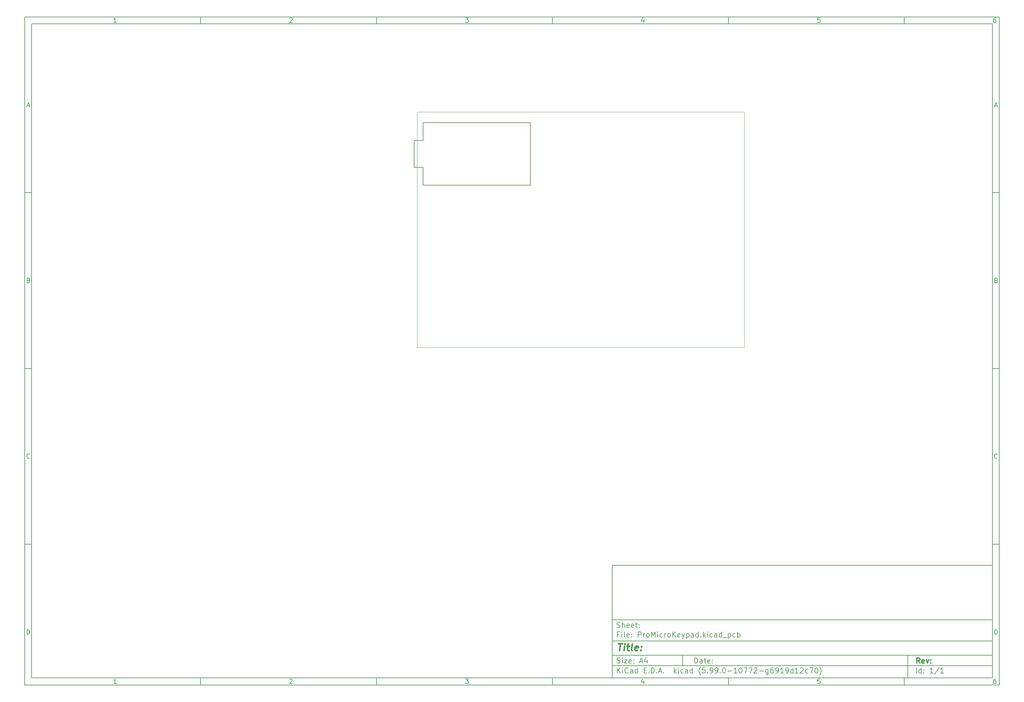
<source format=gbr>
%TF.GenerationSoftware,KiCad,Pcbnew,(5.99.0-10772-g6919d12c70)*%
%TF.CreationDate,2021-08-04T17:25:00+12:00*%
%TF.ProjectId,ProMicroKeypad,50726f4d-6963-4726-9f4b-65797061642e,rev?*%
%TF.SameCoordinates,Original*%
%TF.FileFunction,Legend,Bot*%
%TF.FilePolarity,Positive*%
%FSLAX46Y46*%
G04 Gerber Fmt 4.6, Leading zero omitted, Abs format (unit mm)*
G04 Created by KiCad (PCBNEW (5.99.0-10772-g6919d12c70)) date 2021-08-04 17:25:00*
%MOMM*%
%LPD*%
G01*
G04 APERTURE LIST*
%ADD10C,0.100000*%
%ADD11C,0.150000*%
%ADD12C,0.300000*%
%ADD13C,0.400000*%
%TA.AperFunction,Profile*%
%ADD14C,0.100000*%
%TD*%
G04 APERTURE END LIST*
D10*
D11*
X177002200Y-166007200D02*
X177002200Y-198007200D01*
X285002200Y-198007200D01*
X285002200Y-166007200D01*
X177002200Y-166007200D01*
D10*
D11*
X10000000Y-10000000D02*
X10000000Y-200007200D01*
X287002200Y-200007200D01*
X287002200Y-10000000D01*
X10000000Y-10000000D01*
D10*
D11*
X12000000Y-12000000D02*
X12000000Y-198007200D01*
X285002200Y-198007200D01*
X285002200Y-12000000D01*
X12000000Y-12000000D01*
D10*
D11*
X60000000Y-12000000D02*
X60000000Y-10000000D01*
D10*
D11*
X110000000Y-12000000D02*
X110000000Y-10000000D01*
D10*
D11*
X160000000Y-12000000D02*
X160000000Y-10000000D01*
D10*
D11*
X210000000Y-12000000D02*
X210000000Y-10000000D01*
D10*
D11*
X260000000Y-12000000D02*
X260000000Y-10000000D01*
D10*
D11*
X36065476Y-11588095D02*
X35322619Y-11588095D01*
X35694047Y-11588095D02*
X35694047Y-10288095D01*
X35570238Y-10473809D01*
X35446428Y-10597619D01*
X35322619Y-10659523D01*
D10*
D11*
X85322619Y-10411904D02*
X85384523Y-10350000D01*
X85508333Y-10288095D01*
X85817857Y-10288095D01*
X85941666Y-10350000D01*
X86003571Y-10411904D01*
X86065476Y-10535714D01*
X86065476Y-10659523D01*
X86003571Y-10845238D01*
X85260714Y-11588095D01*
X86065476Y-11588095D01*
D10*
D11*
X135260714Y-10288095D02*
X136065476Y-10288095D01*
X135632142Y-10783333D01*
X135817857Y-10783333D01*
X135941666Y-10845238D01*
X136003571Y-10907142D01*
X136065476Y-11030952D01*
X136065476Y-11340476D01*
X136003571Y-11464285D01*
X135941666Y-11526190D01*
X135817857Y-11588095D01*
X135446428Y-11588095D01*
X135322619Y-11526190D01*
X135260714Y-11464285D01*
D10*
D11*
X185941666Y-10721428D02*
X185941666Y-11588095D01*
X185632142Y-10226190D02*
X185322619Y-11154761D01*
X186127380Y-11154761D01*
D10*
D11*
X236003571Y-10288095D02*
X235384523Y-10288095D01*
X235322619Y-10907142D01*
X235384523Y-10845238D01*
X235508333Y-10783333D01*
X235817857Y-10783333D01*
X235941666Y-10845238D01*
X236003571Y-10907142D01*
X236065476Y-11030952D01*
X236065476Y-11340476D01*
X236003571Y-11464285D01*
X235941666Y-11526190D01*
X235817857Y-11588095D01*
X235508333Y-11588095D01*
X235384523Y-11526190D01*
X235322619Y-11464285D01*
D10*
D11*
X285941666Y-10288095D02*
X285694047Y-10288095D01*
X285570238Y-10350000D01*
X285508333Y-10411904D01*
X285384523Y-10597619D01*
X285322619Y-10845238D01*
X285322619Y-11340476D01*
X285384523Y-11464285D01*
X285446428Y-11526190D01*
X285570238Y-11588095D01*
X285817857Y-11588095D01*
X285941666Y-11526190D01*
X286003571Y-11464285D01*
X286065476Y-11340476D01*
X286065476Y-11030952D01*
X286003571Y-10907142D01*
X285941666Y-10845238D01*
X285817857Y-10783333D01*
X285570238Y-10783333D01*
X285446428Y-10845238D01*
X285384523Y-10907142D01*
X285322619Y-11030952D01*
D10*
D11*
X60000000Y-198007200D02*
X60000000Y-200007200D01*
D10*
D11*
X110000000Y-198007200D02*
X110000000Y-200007200D01*
D10*
D11*
X160000000Y-198007200D02*
X160000000Y-200007200D01*
D10*
D11*
X210000000Y-198007200D02*
X210000000Y-200007200D01*
D10*
D11*
X260000000Y-198007200D02*
X260000000Y-200007200D01*
D10*
D11*
X36065476Y-199595295D02*
X35322619Y-199595295D01*
X35694047Y-199595295D02*
X35694047Y-198295295D01*
X35570238Y-198481009D01*
X35446428Y-198604819D01*
X35322619Y-198666723D01*
D10*
D11*
X85322619Y-198419104D02*
X85384523Y-198357200D01*
X85508333Y-198295295D01*
X85817857Y-198295295D01*
X85941666Y-198357200D01*
X86003571Y-198419104D01*
X86065476Y-198542914D01*
X86065476Y-198666723D01*
X86003571Y-198852438D01*
X85260714Y-199595295D01*
X86065476Y-199595295D01*
D10*
D11*
X135260714Y-198295295D02*
X136065476Y-198295295D01*
X135632142Y-198790533D01*
X135817857Y-198790533D01*
X135941666Y-198852438D01*
X136003571Y-198914342D01*
X136065476Y-199038152D01*
X136065476Y-199347676D01*
X136003571Y-199471485D01*
X135941666Y-199533390D01*
X135817857Y-199595295D01*
X135446428Y-199595295D01*
X135322619Y-199533390D01*
X135260714Y-199471485D01*
D10*
D11*
X185941666Y-198728628D02*
X185941666Y-199595295D01*
X185632142Y-198233390D02*
X185322619Y-199161961D01*
X186127380Y-199161961D01*
D10*
D11*
X236003571Y-198295295D02*
X235384523Y-198295295D01*
X235322619Y-198914342D01*
X235384523Y-198852438D01*
X235508333Y-198790533D01*
X235817857Y-198790533D01*
X235941666Y-198852438D01*
X236003571Y-198914342D01*
X236065476Y-199038152D01*
X236065476Y-199347676D01*
X236003571Y-199471485D01*
X235941666Y-199533390D01*
X235817857Y-199595295D01*
X235508333Y-199595295D01*
X235384523Y-199533390D01*
X235322619Y-199471485D01*
D10*
D11*
X285941666Y-198295295D02*
X285694047Y-198295295D01*
X285570238Y-198357200D01*
X285508333Y-198419104D01*
X285384523Y-198604819D01*
X285322619Y-198852438D01*
X285322619Y-199347676D01*
X285384523Y-199471485D01*
X285446428Y-199533390D01*
X285570238Y-199595295D01*
X285817857Y-199595295D01*
X285941666Y-199533390D01*
X286003571Y-199471485D01*
X286065476Y-199347676D01*
X286065476Y-199038152D01*
X286003571Y-198914342D01*
X285941666Y-198852438D01*
X285817857Y-198790533D01*
X285570238Y-198790533D01*
X285446428Y-198852438D01*
X285384523Y-198914342D01*
X285322619Y-199038152D01*
D10*
D11*
X10000000Y-60000000D02*
X12000000Y-60000000D01*
D10*
D11*
X10000000Y-110000000D02*
X12000000Y-110000000D01*
D10*
D11*
X10000000Y-160000000D02*
X12000000Y-160000000D01*
D10*
D11*
X10690476Y-35216666D02*
X11309523Y-35216666D01*
X10566666Y-35588095D02*
X11000000Y-34288095D01*
X11433333Y-35588095D01*
D10*
D11*
X11092857Y-84907142D02*
X11278571Y-84969047D01*
X11340476Y-85030952D01*
X11402380Y-85154761D01*
X11402380Y-85340476D01*
X11340476Y-85464285D01*
X11278571Y-85526190D01*
X11154761Y-85588095D01*
X10659523Y-85588095D01*
X10659523Y-84288095D01*
X11092857Y-84288095D01*
X11216666Y-84350000D01*
X11278571Y-84411904D01*
X11340476Y-84535714D01*
X11340476Y-84659523D01*
X11278571Y-84783333D01*
X11216666Y-84845238D01*
X11092857Y-84907142D01*
X10659523Y-84907142D01*
D10*
D11*
X11402380Y-135464285D02*
X11340476Y-135526190D01*
X11154761Y-135588095D01*
X11030952Y-135588095D01*
X10845238Y-135526190D01*
X10721428Y-135402380D01*
X10659523Y-135278571D01*
X10597619Y-135030952D01*
X10597619Y-134845238D01*
X10659523Y-134597619D01*
X10721428Y-134473809D01*
X10845238Y-134350000D01*
X11030952Y-134288095D01*
X11154761Y-134288095D01*
X11340476Y-134350000D01*
X11402380Y-134411904D01*
D10*
D11*
X10659523Y-185588095D02*
X10659523Y-184288095D01*
X10969047Y-184288095D01*
X11154761Y-184350000D01*
X11278571Y-184473809D01*
X11340476Y-184597619D01*
X11402380Y-184845238D01*
X11402380Y-185030952D01*
X11340476Y-185278571D01*
X11278571Y-185402380D01*
X11154761Y-185526190D01*
X10969047Y-185588095D01*
X10659523Y-185588095D01*
D10*
D11*
X287002200Y-60000000D02*
X285002200Y-60000000D01*
D10*
D11*
X287002200Y-110000000D02*
X285002200Y-110000000D01*
D10*
D11*
X287002200Y-160000000D02*
X285002200Y-160000000D01*
D10*
D11*
X285692676Y-35216666D02*
X286311723Y-35216666D01*
X285568866Y-35588095D02*
X286002200Y-34288095D01*
X286435533Y-35588095D01*
D10*
D11*
X286095057Y-84907142D02*
X286280771Y-84969047D01*
X286342676Y-85030952D01*
X286404580Y-85154761D01*
X286404580Y-85340476D01*
X286342676Y-85464285D01*
X286280771Y-85526190D01*
X286156961Y-85588095D01*
X285661723Y-85588095D01*
X285661723Y-84288095D01*
X286095057Y-84288095D01*
X286218866Y-84350000D01*
X286280771Y-84411904D01*
X286342676Y-84535714D01*
X286342676Y-84659523D01*
X286280771Y-84783333D01*
X286218866Y-84845238D01*
X286095057Y-84907142D01*
X285661723Y-84907142D01*
D10*
D11*
X286404580Y-135464285D02*
X286342676Y-135526190D01*
X286156961Y-135588095D01*
X286033152Y-135588095D01*
X285847438Y-135526190D01*
X285723628Y-135402380D01*
X285661723Y-135278571D01*
X285599819Y-135030952D01*
X285599819Y-134845238D01*
X285661723Y-134597619D01*
X285723628Y-134473809D01*
X285847438Y-134350000D01*
X286033152Y-134288095D01*
X286156961Y-134288095D01*
X286342676Y-134350000D01*
X286404580Y-134411904D01*
D10*
D11*
X285661723Y-185588095D02*
X285661723Y-184288095D01*
X285971247Y-184288095D01*
X286156961Y-184350000D01*
X286280771Y-184473809D01*
X286342676Y-184597619D01*
X286404580Y-184845238D01*
X286404580Y-185030952D01*
X286342676Y-185278571D01*
X286280771Y-185402380D01*
X286156961Y-185526190D01*
X285971247Y-185588095D01*
X285661723Y-185588095D01*
D10*
D11*
X200434342Y-193785771D02*
X200434342Y-192285771D01*
X200791485Y-192285771D01*
X201005771Y-192357200D01*
X201148628Y-192500057D01*
X201220057Y-192642914D01*
X201291485Y-192928628D01*
X201291485Y-193142914D01*
X201220057Y-193428628D01*
X201148628Y-193571485D01*
X201005771Y-193714342D01*
X200791485Y-193785771D01*
X200434342Y-193785771D01*
X202577200Y-193785771D02*
X202577200Y-193000057D01*
X202505771Y-192857200D01*
X202362914Y-192785771D01*
X202077200Y-192785771D01*
X201934342Y-192857200D01*
X202577200Y-193714342D02*
X202434342Y-193785771D01*
X202077200Y-193785771D01*
X201934342Y-193714342D01*
X201862914Y-193571485D01*
X201862914Y-193428628D01*
X201934342Y-193285771D01*
X202077200Y-193214342D01*
X202434342Y-193214342D01*
X202577200Y-193142914D01*
X203077200Y-192785771D02*
X203648628Y-192785771D01*
X203291485Y-192285771D02*
X203291485Y-193571485D01*
X203362914Y-193714342D01*
X203505771Y-193785771D01*
X203648628Y-193785771D01*
X204720057Y-193714342D02*
X204577200Y-193785771D01*
X204291485Y-193785771D01*
X204148628Y-193714342D01*
X204077200Y-193571485D01*
X204077200Y-193000057D01*
X204148628Y-192857200D01*
X204291485Y-192785771D01*
X204577200Y-192785771D01*
X204720057Y-192857200D01*
X204791485Y-193000057D01*
X204791485Y-193142914D01*
X204077200Y-193285771D01*
X205434342Y-193642914D02*
X205505771Y-193714342D01*
X205434342Y-193785771D01*
X205362914Y-193714342D01*
X205434342Y-193642914D01*
X205434342Y-193785771D01*
X205434342Y-192857200D02*
X205505771Y-192928628D01*
X205434342Y-193000057D01*
X205362914Y-192928628D01*
X205434342Y-192857200D01*
X205434342Y-193000057D01*
D10*
D11*
X177002200Y-194507200D02*
X285002200Y-194507200D01*
D10*
D11*
X178434342Y-196585771D02*
X178434342Y-195085771D01*
X179291485Y-196585771D02*
X178648628Y-195728628D01*
X179291485Y-195085771D02*
X178434342Y-195942914D01*
X179934342Y-196585771D02*
X179934342Y-195585771D01*
X179934342Y-195085771D02*
X179862914Y-195157200D01*
X179934342Y-195228628D01*
X180005771Y-195157200D01*
X179934342Y-195085771D01*
X179934342Y-195228628D01*
X181505771Y-196442914D02*
X181434342Y-196514342D01*
X181220057Y-196585771D01*
X181077200Y-196585771D01*
X180862914Y-196514342D01*
X180720057Y-196371485D01*
X180648628Y-196228628D01*
X180577200Y-195942914D01*
X180577200Y-195728628D01*
X180648628Y-195442914D01*
X180720057Y-195300057D01*
X180862914Y-195157200D01*
X181077200Y-195085771D01*
X181220057Y-195085771D01*
X181434342Y-195157200D01*
X181505771Y-195228628D01*
X182791485Y-196585771D02*
X182791485Y-195800057D01*
X182720057Y-195657200D01*
X182577200Y-195585771D01*
X182291485Y-195585771D01*
X182148628Y-195657200D01*
X182791485Y-196514342D02*
X182648628Y-196585771D01*
X182291485Y-196585771D01*
X182148628Y-196514342D01*
X182077200Y-196371485D01*
X182077200Y-196228628D01*
X182148628Y-196085771D01*
X182291485Y-196014342D01*
X182648628Y-196014342D01*
X182791485Y-195942914D01*
X184148628Y-196585771D02*
X184148628Y-195085771D01*
X184148628Y-196514342D02*
X184005771Y-196585771D01*
X183720057Y-196585771D01*
X183577200Y-196514342D01*
X183505771Y-196442914D01*
X183434342Y-196300057D01*
X183434342Y-195871485D01*
X183505771Y-195728628D01*
X183577200Y-195657200D01*
X183720057Y-195585771D01*
X184005771Y-195585771D01*
X184148628Y-195657200D01*
X186005771Y-195800057D02*
X186505771Y-195800057D01*
X186720057Y-196585771D02*
X186005771Y-196585771D01*
X186005771Y-195085771D01*
X186720057Y-195085771D01*
X187362914Y-196442914D02*
X187434342Y-196514342D01*
X187362914Y-196585771D01*
X187291485Y-196514342D01*
X187362914Y-196442914D01*
X187362914Y-196585771D01*
X188077200Y-196585771D02*
X188077200Y-195085771D01*
X188434342Y-195085771D01*
X188648628Y-195157200D01*
X188791485Y-195300057D01*
X188862914Y-195442914D01*
X188934342Y-195728628D01*
X188934342Y-195942914D01*
X188862914Y-196228628D01*
X188791485Y-196371485D01*
X188648628Y-196514342D01*
X188434342Y-196585771D01*
X188077200Y-196585771D01*
X189577200Y-196442914D02*
X189648628Y-196514342D01*
X189577200Y-196585771D01*
X189505771Y-196514342D01*
X189577200Y-196442914D01*
X189577200Y-196585771D01*
X190220057Y-196157200D02*
X190934342Y-196157200D01*
X190077200Y-196585771D02*
X190577200Y-195085771D01*
X191077200Y-196585771D01*
X191577200Y-196442914D02*
X191648628Y-196514342D01*
X191577200Y-196585771D01*
X191505771Y-196514342D01*
X191577200Y-196442914D01*
X191577200Y-196585771D01*
X194577200Y-196585771D02*
X194577200Y-195085771D01*
X194720057Y-196014342D02*
X195148628Y-196585771D01*
X195148628Y-195585771D02*
X194577200Y-196157200D01*
X195791485Y-196585771D02*
X195791485Y-195585771D01*
X195791485Y-195085771D02*
X195720057Y-195157200D01*
X195791485Y-195228628D01*
X195862914Y-195157200D01*
X195791485Y-195085771D01*
X195791485Y-195228628D01*
X197148628Y-196514342D02*
X197005771Y-196585771D01*
X196720057Y-196585771D01*
X196577200Y-196514342D01*
X196505771Y-196442914D01*
X196434342Y-196300057D01*
X196434342Y-195871485D01*
X196505771Y-195728628D01*
X196577200Y-195657200D01*
X196720057Y-195585771D01*
X197005771Y-195585771D01*
X197148628Y-195657200D01*
X198434342Y-196585771D02*
X198434342Y-195800057D01*
X198362914Y-195657200D01*
X198220057Y-195585771D01*
X197934342Y-195585771D01*
X197791485Y-195657200D01*
X198434342Y-196514342D02*
X198291485Y-196585771D01*
X197934342Y-196585771D01*
X197791485Y-196514342D01*
X197720057Y-196371485D01*
X197720057Y-196228628D01*
X197791485Y-196085771D01*
X197934342Y-196014342D01*
X198291485Y-196014342D01*
X198434342Y-195942914D01*
X199791485Y-196585771D02*
X199791485Y-195085771D01*
X199791485Y-196514342D02*
X199648628Y-196585771D01*
X199362914Y-196585771D01*
X199220057Y-196514342D01*
X199148628Y-196442914D01*
X199077200Y-196300057D01*
X199077200Y-195871485D01*
X199148628Y-195728628D01*
X199220057Y-195657200D01*
X199362914Y-195585771D01*
X199648628Y-195585771D01*
X199791485Y-195657200D01*
X202077200Y-197157200D02*
X202005771Y-197085771D01*
X201862914Y-196871485D01*
X201791485Y-196728628D01*
X201720057Y-196514342D01*
X201648628Y-196157200D01*
X201648628Y-195871485D01*
X201720057Y-195514342D01*
X201791485Y-195300057D01*
X201862914Y-195157200D01*
X202005771Y-194942914D01*
X202077200Y-194871485D01*
X203362914Y-195085771D02*
X202648628Y-195085771D01*
X202577200Y-195800057D01*
X202648628Y-195728628D01*
X202791485Y-195657200D01*
X203148628Y-195657200D01*
X203291485Y-195728628D01*
X203362914Y-195800057D01*
X203434342Y-195942914D01*
X203434342Y-196300057D01*
X203362914Y-196442914D01*
X203291485Y-196514342D01*
X203148628Y-196585771D01*
X202791485Y-196585771D01*
X202648628Y-196514342D01*
X202577200Y-196442914D01*
X204077200Y-196442914D02*
X204148628Y-196514342D01*
X204077200Y-196585771D01*
X204005771Y-196514342D01*
X204077200Y-196442914D01*
X204077200Y-196585771D01*
X204862914Y-196585771D02*
X205148628Y-196585771D01*
X205291485Y-196514342D01*
X205362914Y-196442914D01*
X205505771Y-196228628D01*
X205577200Y-195942914D01*
X205577200Y-195371485D01*
X205505771Y-195228628D01*
X205434342Y-195157200D01*
X205291485Y-195085771D01*
X205005771Y-195085771D01*
X204862914Y-195157200D01*
X204791485Y-195228628D01*
X204720057Y-195371485D01*
X204720057Y-195728628D01*
X204791485Y-195871485D01*
X204862914Y-195942914D01*
X205005771Y-196014342D01*
X205291485Y-196014342D01*
X205434342Y-195942914D01*
X205505771Y-195871485D01*
X205577200Y-195728628D01*
X206291485Y-196585771D02*
X206577200Y-196585771D01*
X206720057Y-196514342D01*
X206791485Y-196442914D01*
X206934342Y-196228628D01*
X207005771Y-195942914D01*
X207005771Y-195371485D01*
X206934342Y-195228628D01*
X206862914Y-195157200D01*
X206720057Y-195085771D01*
X206434342Y-195085771D01*
X206291485Y-195157200D01*
X206220057Y-195228628D01*
X206148628Y-195371485D01*
X206148628Y-195728628D01*
X206220057Y-195871485D01*
X206291485Y-195942914D01*
X206434342Y-196014342D01*
X206720057Y-196014342D01*
X206862914Y-195942914D01*
X206934342Y-195871485D01*
X207005771Y-195728628D01*
X207648628Y-196442914D02*
X207720057Y-196514342D01*
X207648628Y-196585771D01*
X207577200Y-196514342D01*
X207648628Y-196442914D01*
X207648628Y-196585771D01*
X208648628Y-195085771D02*
X208791485Y-195085771D01*
X208934342Y-195157200D01*
X209005771Y-195228628D01*
X209077200Y-195371485D01*
X209148628Y-195657200D01*
X209148628Y-196014342D01*
X209077200Y-196300057D01*
X209005771Y-196442914D01*
X208934342Y-196514342D01*
X208791485Y-196585771D01*
X208648628Y-196585771D01*
X208505771Y-196514342D01*
X208434342Y-196442914D01*
X208362914Y-196300057D01*
X208291485Y-196014342D01*
X208291485Y-195657200D01*
X208362914Y-195371485D01*
X208434342Y-195228628D01*
X208505771Y-195157200D01*
X208648628Y-195085771D01*
X209791485Y-196014342D02*
X210934342Y-196014342D01*
X212434342Y-196585771D02*
X211577200Y-196585771D01*
X212005771Y-196585771D02*
X212005771Y-195085771D01*
X211862914Y-195300057D01*
X211720057Y-195442914D01*
X211577200Y-195514342D01*
X213362914Y-195085771D02*
X213505771Y-195085771D01*
X213648628Y-195157200D01*
X213720057Y-195228628D01*
X213791485Y-195371485D01*
X213862914Y-195657200D01*
X213862914Y-196014342D01*
X213791485Y-196300057D01*
X213720057Y-196442914D01*
X213648628Y-196514342D01*
X213505771Y-196585771D01*
X213362914Y-196585771D01*
X213220057Y-196514342D01*
X213148628Y-196442914D01*
X213077200Y-196300057D01*
X213005771Y-196014342D01*
X213005771Y-195657200D01*
X213077200Y-195371485D01*
X213148628Y-195228628D01*
X213220057Y-195157200D01*
X213362914Y-195085771D01*
X214362914Y-195085771D02*
X215362914Y-195085771D01*
X214720057Y-196585771D01*
X215791485Y-195085771D02*
X216791485Y-195085771D01*
X216148628Y-196585771D01*
X217291485Y-195228628D02*
X217362914Y-195157200D01*
X217505771Y-195085771D01*
X217862914Y-195085771D01*
X218005771Y-195157200D01*
X218077200Y-195228628D01*
X218148628Y-195371485D01*
X218148628Y-195514342D01*
X218077200Y-195728628D01*
X217220057Y-196585771D01*
X218148628Y-196585771D01*
X218791485Y-196014342D02*
X219934342Y-196014342D01*
X221291485Y-195585771D02*
X221291485Y-196800057D01*
X221220057Y-196942914D01*
X221148628Y-197014342D01*
X221005771Y-197085771D01*
X220791485Y-197085771D01*
X220648628Y-197014342D01*
X221291485Y-196514342D02*
X221148628Y-196585771D01*
X220862914Y-196585771D01*
X220720057Y-196514342D01*
X220648628Y-196442914D01*
X220577200Y-196300057D01*
X220577200Y-195871485D01*
X220648628Y-195728628D01*
X220720057Y-195657200D01*
X220862914Y-195585771D01*
X221148628Y-195585771D01*
X221291485Y-195657200D01*
X222648628Y-195085771D02*
X222362914Y-195085771D01*
X222220057Y-195157200D01*
X222148628Y-195228628D01*
X222005771Y-195442914D01*
X221934342Y-195728628D01*
X221934342Y-196300057D01*
X222005771Y-196442914D01*
X222077200Y-196514342D01*
X222220057Y-196585771D01*
X222505771Y-196585771D01*
X222648628Y-196514342D01*
X222720057Y-196442914D01*
X222791485Y-196300057D01*
X222791485Y-195942914D01*
X222720057Y-195800057D01*
X222648628Y-195728628D01*
X222505771Y-195657200D01*
X222220057Y-195657200D01*
X222077200Y-195728628D01*
X222005771Y-195800057D01*
X221934342Y-195942914D01*
X223505771Y-196585771D02*
X223791485Y-196585771D01*
X223934342Y-196514342D01*
X224005771Y-196442914D01*
X224148628Y-196228628D01*
X224220057Y-195942914D01*
X224220057Y-195371485D01*
X224148628Y-195228628D01*
X224077200Y-195157200D01*
X223934342Y-195085771D01*
X223648628Y-195085771D01*
X223505771Y-195157200D01*
X223434342Y-195228628D01*
X223362914Y-195371485D01*
X223362914Y-195728628D01*
X223434342Y-195871485D01*
X223505771Y-195942914D01*
X223648628Y-196014342D01*
X223934342Y-196014342D01*
X224077200Y-195942914D01*
X224148628Y-195871485D01*
X224220057Y-195728628D01*
X225648628Y-196585771D02*
X224791485Y-196585771D01*
X225220057Y-196585771D02*
X225220057Y-195085771D01*
X225077200Y-195300057D01*
X224934342Y-195442914D01*
X224791485Y-195514342D01*
X226362914Y-196585771D02*
X226648628Y-196585771D01*
X226791485Y-196514342D01*
X226862914Y-196442914D01*
X227005771Y-196228628D01*
X227077199Y-195942914D01*
X227077199Y-195371485D01*
X227005771Y-195228628D01*
X226934342Y-195157200D01*
X226791485Y-195085771D01*
X226505771Y-195085771D01*
X226362914Y-195157200D01*
X226291485Y-195228628D01*
X226220057Y-195371485D01*
X226220057Y-195728628D01*
X226291485Y-195871485D01*
X226362914Y-195942914D01*
X226505771Y-196014342D01*
X226791485Y-196014342D01*
X226934342Y-195942914D01*
X227005771Y-195871485D01*
X227077199Y-195728628D01*
X228362914Y-196585771D02*
X228362914Y-195085771D01*
X228362914Y-196514342D02*
X228220057Y-196585771D01*
X227934342Y-196585771D01*
X227791485Y-196514342D01*
X227720057Y-196442914D01*
X227648628Y-196300057D01*
X227648628Y-195871485D01*
X227720057Y-195728628D01*
X227791485Y-195657200D01*
X227934342Y-195585771D01*
X228220057Y-195585771D01*
X228362914Y-195657200D01*
X229862914Y-196585771D02*
X229005771Y-196585771D01*
X229434342Y-196585771D02*
X229434342Y-195085771D01*
X229291485Y-195300057D01*
X229148628Y-195442914D01*
X229005771Y-195514342D01*
X230434342Y-195228628D02*
X230505771Y-195157200D01*
X230648628Y-195085771D01*
X231005771Y-195085771D01*
X231148628Y-195157200D01*
X231220057Y-195228628D01*
X231291485Y-195371485D01*
X231291485Y-195514342D01*
X231220057Y-195728628D01*
X230362914Y-196585771D01*
X231291485Y-196585771D01*
X232577199Y-196514342D02*
X232434342Y-196585771D01*
X232148628Y-196585771D01*
X232005771Y-196514342D01*
X231934342Y-196442914D01*
X231862914Y-196300057D01*
X231862914Y-195871485D01*
X231934342Y-195728628D01*
X232005771Y-195657200D01*
X232148628Y-195585771D01*
X232434342Y-195585771D01*
X232577199Y-195657200D01*
X233077199Y-195085771D02*
X234077199Y-195085771D01*
X233434342Y-196585771D01*
X234934342Y-195085771D02*
X235077199Y-195085771D01*
X235220057Y-195157200D01*
X235291485Y-195228628D01*
X235362914Y-195371485D01*
X235434342Y-195657200D01*
X235434342Y-196014342D01*
X235362914Y-196300057D01*
X235291485Y-196442914D01*
X235220057Y-196514342D01*
X235077199Y-196585771D01*
X234934342Y-196585771D01*
X234791485Y-196514342D01*
X234720057Y-196442914D01*
X234648628Y-196300057D01*
X234577199Y-196014342D01*
X234577199Y-195657200D01*
X234648628Y-195371485D01*
X234720057Y-195228628D01*
X234791485Y-195157200D01*
X234934342Y-195085771D01*
X235934342Y-197157200D02*
X236005771Y-197085771D01*
X236148628Y-196871485D01*
X236220057Y-196728628D01*
X236291485Y-196514342D01*
X236362914Y-196157200D01*
X236362914Y-195871485D01*
X236291485Y-195514342D01*
X236220057Y-195300057D01*
X236148628Y-195157200D01*
X236005771Y-194942914D01*
X235934342Y-194871485D01*
D10*
D11*
X177002200Y-191507200D02*
X285002200Y-191507200D01*
D10*
D12*
X264411485Y-193785771D02*
X263911485Y-193071485D01*
X263554342Y-193785771D02*
X263554342Y-192285771D01*
X264125771Y-192285771D01*
X264268628Y-192357200D01*
X264340057Y-192428628D01*
X264411485Y-192571485D01*
X264411485Y-192785771D01*
X264340057Y-192928628D01*
X264268628Y-193000057D01*
X264125771Y-193071485D01*
X263554342Y-193071485D01*
X265625771Y-193714342D02*
X265482914Y-193785771D01*
X265197200Y-193785771D01*
X265054342Y-193714342D01*
X264982914Y-193571485D01*
X264982914Y-193000057D01*
X265054342Y-192857200D01*
X265197200Y-192785771D01*
X265482914Y-192785771D01*
X265625771Y-192857200D01*
X265697200Y-193000057D01*
X265697200Y-193142914D01*
X264982914Y-193285771D01*
X266197200Y-192785771D02*
X266554342Y-193785771D01*
X266911485Y-192785771D01*
X267482914Y-193642914D02*
X267554342Y-193714342D01*
X267482914Y-193785771D01*
X267411485Y-193714342D01*
X267482914Y-193642914D01*
X267482914Y-193785771D01*
X267482914Y-192857200D02*
X267554342Y-192928628D01*
X267482914Y-193000057D01*
X267411485Y-192928628D01*
X267482914Y-192857200D01*
X267482914Y-193000057D01*
D10*
D11*
X178362914Y-193714342D02*
X178577200Y-193785771D01*
X178934342Y-193785771D01*
X179077200Y-193714342D01*
X179148628Y-193642914D01*
X179220057Y-193500057D01*
X179220057Y-193357200D01*
X179148628Y-193214342D01*
X179077200Y-193142914D01*
X178934342Y-193071485D01*
X178648628Y-193000057D01*
X178505771Y-192928628D01*
X178434342Y-192857200D01*
X178362914Y-192714342D01*
X178362914Y-192571485D01*
X178434342Y-192428628D01*
X178505771Y-192357200D01*
X178648628Y-192285771D01*
X179005771Y-192285771D01*
X179220057Y-192357200D01*
X179862914Y-193785771D02*
X179862914Y-192785771D01*
X179862914Y-192285771D02*
X179791485Y-192357200D01*
X179862914Y-192428628D01*
X179934342Y-192357200D01*
X179862914Y-192285771D01*
X179862914Y-192428628D01*
X180434342Y-192785771D02*
X181220057Y-192785771D01*
X180434342Y-193785771D01*
X181220057Y-193785771D01*
X182362914Y-193714342D02*
X182220057Y-193785771D01*
X181934342Y-193785771D01*
X181791485Y-193714342D01*
X181720057Y-193571485D01*
X181720057Y-193000057D01*
X181791485Y-192857200D01*
X181934342Y-192785771D01*
X182220057Y-192785771D01*
X182362914Y-192857200D01*
X182434342Y-193000057D01*
X182434342Y-193142914D01*
X181720057Y-193285771D01*
X183077200Y-193642914D02*
X183148628Y-193714342D01*
X183077200Y-193785771D01*
X183005771Y-193714342D01*
X183077200Y-193642914D01*
X183077200Y-193785771D01*
X183077200Y-192857200D02*
X183148628Y-192928628D01*
X183077200Y-193000057D01*
X183005771Y-192928628D01*
X183077200Y-192857200D01*
X183077200Y-193000057D01*
X184862914Y-193357200D02*
X185577200Y-193357200D01*
X184720057Y-193785771D02*
X185220057Y-192285771D01*
X185720057Y-193785771D01*
X186862914Y-192785771D02*
X186862914Y-193785771D01*
X186505771Y-192214342D02*
X186148628Y-193285771D01*
X187077200Y-193285771D01*
D10*
D11*
X263434342Y-196585771D02*
X263434342Y-195085771D01*
X264791485Y-196585771D02*
X264791485Y-195085771D01*
X264791485Y-196514342D02*
X264648628Y-196585771D01*
X264362914Y-196585771D01*
X264220057Y-196514342D01*
X264148628Y-196442914D01*
X264077200Y-196300057D01*
X264077200Y-195871485D01*
X264148628Y-195728628D01*
X264220057Y-195657200D01*
X264362914Y-195585771D01*
X264648628Y-195585771D01*
X264791485Y-195657200D01*
X265505771Y-196442914D02*
X265577200Y-196514342D01*
X265505771Y-196585771D01*
X265434342Y-196514342D01*
X265505771Y-196442914D01*
X265505771Y-196585771D01*
X265505771Y-195657200D02*
X265577200Y-195728628D01*
X265505771Y-195800057D01*
X265434342Y-195728628D01*
X265505771Y-195657200D01*
X265505771Y-195800057D01*
X268148628Y-196585771D02*
X267291485Y-196585771D01*
X267720057Y-196585771D02*
X267720057Y-195085771D01*
X267577200Y-195300057D01*
X267434342Y-195442914D01*
X267291485Y-195514342D01*
X269862914Y-195014342D02*
X268577200Y-196942914D01*
X271148628Y-196585771D02*
X270291485Y-196585771D01*
X270720057Y-196585771D02*
X270720057Y-195085771D01*
X270577200Y-195300057D01*
X270434342Y-195442914D01*
X270291485Y-195514342D01*
D10*
D11*
X177002200Y-187507200D02*
X285002200Y-187507200D01*
D10*
D13*
X178714580Y-188211961D02*
X179857438Y-188211961D01*
X179036009Y-190211961D02*
X179286009Y-188211961D01*
X180274104Y-190211961D02*
X180440771Y-188878628D01*
X180524104Y-188211961D02*
X180416961Y-188307200D01*
X180500295Y-188402438D01*
X180607438Y-188307200D01*
X180524104Y-188211961D01*
X180500295Y-188402438D01*
X181107438Y-188878628D02*
X181869342Y-188878628D01*
X181476485Y-188211961D02*
X181262200Y-189926247D01*
X181333628Y-190116723D01*
X181512200Y-190211961D01*
X181702676Y-190211961D01*
X182655057Y-190211961D02*
X182476485Y-190116723D01*
X182405057Y-189926247D01*
X182619342Y-188211961D01*
X184190771Y-190116723D02*
X183988390Y-190211961D01*
X183607438Y-190211961D01*
X183428866Y-190116723D01*
X183357438Y-189926247D01*
X183452676Y-189164342D01*
X183571723Y-188973866D01*
X183774104Y-188878628D01*
X184155057Y-188878628D01*
X184333628Y-188973866D01*
X184405057Y-189164342D01*
X184381247Y-189354819D01*
X183405057Y-189545295D01*
X185155057Y-190021485D02*
X185238390Y-190116723D01*
X185131247Y-190211961D01*
X185047914Y-190116723D01*
X185155057Y-190021485D01*
X185131247Y-190211961D01*
X185286009Y-188973866D02*
X185369342Y-189069104D01*
X185262200Y-189164342D01*
X185178866Y-189069104D01*
X185286009Y-188973866D01*
X185262200Y-189164342D01*
D10*
D11*
X178934342Y-185600057D02*
X178434342Y-185600057D01*
X178434342Y-186385771D02*
X178434342Y-184885771D01*
X179148628Y-184885771D01*
X179720057Y-186385771D02*
X179720057Y-185385771D01*
X179720057Y-184885771D02*
X179648628Y-184957200D01*
X179720057Y-185028628D01*
X179791485Y-184957200D01*
X179720057Y-184885771D01*
X179720057Y-185028628D01*
X180648628Y-186385771D02*
X180505771Y-186314342D01*
X180434342Y-186171485D01*
X180434342Y-184885771D01*
X181791485Y-186314342D02*
X181648628Y-186385771D01*
X181362914Y-186385771D01*
X181220057Y-186314342D01*
X181148628Y-186171485D01*
X181148628Y-185600057D01*
X181220057Y-185457200D01*
X181362914Y-185385771D01*
X181648628Y-185385771D01*
X181791485Y-185457200D01*
X181862914Y-185600057D01*
X181862914Y-185742914D01*
X181148628Y-185885771D01*
X182505771Y-186242914D02*
X182577200Y-186314342D01*
X182505771Y-186385771D01*
X182434342Y-186314342D01*
X182505771Y-186242914D01*
X182505771Y-186385771D01*
X182505771Y-185457200D02*
X182577200Y-185528628D01*
X182505771Y-185600057D01*
X182434342Y-185528628D01*
X182505771Y-185457200D01*
X182505771Y-185600057D01*
X184362914Y-186385771D02*
X184362914Y-184885771D01*
X184934342Y-184885771D01*
X185077200Y-184957200D01*
X185148628Y-185028628D01*
X185220057Y-185171485D01*
X185220057Y-185385771D01*
X185148628Y-185528628D01*
X185077200Y-185600057D01*
X184934342Y-185671485D01*
X184362914Y-185671485D01*
X185862914Y-186385771D02*
X185862914Y-185385771D01*
X185862914Y-185671485D02*
X185934342Y-185528628D01*
X186005771Y-185457200D01*
X186148628Y-185385771D01*
X186291485Y-185385771D01*
X187005771Y-186385771D02*
X186862914Y-186314342D01*
X186791485Y-186242914D01*
X186720057Y-186100057D01*
X186720057Y-185671485D01*
X186791485Y-185528628D01*
X186862914Y-185457200D01*
X187005771Y-185385771D01*
X187220057Y-185385771D01*
X187362914Y-185457200D01*
X187434342Y-185528628D01*
X187505771Y-185671485D01*
X187505771Y-186100057D01*
X187434342Y-186242914D01*
X187362914Y-186314342D01*
X187220057Y-186385771D01*
X187005771Y-186385771D01*
X188148628Y-186385771D02*
X188148628Y-184885771D01*
X188648628Y-185957200D01*
X189148628Y-184885771D01*
X189148628Y-186385771D01*
X189862914Y-186385771D02*
X189862914Y-185385771D01*
X189862914Y-184885771D02*
X189791485Y-184957200D01*
X189862914Y-185028628D01*
X189934342Y-184957200D01*
X189862914Y-184885771D01*
X189862914Y-185028628D01*
X191220057Y-186314342D02*
X191077200Y-186385771D01*
X190791485Y-186385771D01*
X190648628Y-186314342D01*
X190577200Y-186242914D01*
X190505771Y-186100057D01*
X190505771Y-185671485D01*
X190577200Y-185528628D01*
X190648628Y-185457200D01*
X190791485Y-185385771D01*
X191077200Y-185385771D01*
X191220057Y-185457200D01*
X191862914Y-186385771D02*
X191862914Y-185385771D01*
X191862914Y-185671485D02*
X191934342Y-185528628D01*
X192005771Y-185457200D01*
X192148628Y-185385771D01*
X192291485Y-185385771D01*
X193005771Y-186385771D02*
X192862914Y-186314342D01*
X192791485Y-186242914D01*
X192720057Y-186100057D01*
X192720057Y-185671485D01*
X192791485Y-185528628D01*
X192862914Y-185457200D01*
X193005771Y-185385771D01*
X193220057Y-185385771D01*
X193362914Y-185457200D01*
X193434342Y-185528628D01*
X193505771Y-185671485D01*
X193505771Y-186100057D01*
X193434342Y-186242914D01*
X193362914Y-186314342D01*
X193220057Y-186385771D01*
X193005771Y-186385771D01*
X194148628Y-186385771D02*
X194148628Y-184885771D01*
X195005771Y-186385771D02*
X194362914Y-185528628D01*
X195005771Y-184885771D02*
X194148628Y-185742914D01*
X196220057Y-186314342D02*
X196077200Y-186385771D01*
X195791485Y-186385771D01*
X195648628Y-186314342D01*
X195577200Y-186171485D01*
X195577200Y-185600057D01*
X195648628Y-185457200D01*
X195791485Y-185385771D01*
X196077200Y-185385771D01*
X196220057Y-185457200D01*
X196291485Y-185600057D01*
X196291485Y-185742914D01*
X195577200Y-185885771D01*
X196791485Y-185385771D02*
X197148628Y-186385771D01*
X197505771Y-185385771D02*
X197148628Y-186385771D01*
X197005771Y-186742914D01*
X196934342Y-186814342D01*
X196791485Y-186885771D01*
X198077200Y-185385771D02*
X198077200Y-186885771D01*
X198077200Y-185457200D02*
X198220057Y-185385771D01*
X198505771Y-185385771D01*
X198648628Y-185457200D01*
X198720057Y-185528628D01*
X198791485Y-185671485D01*
X198791485Y-186100057D01*
X198720057Y-186242914D01*
X198648628Y-186314342D01*
X198505771Y-186385771D01*
X198220057Y-186385771D01*
X198077200Y-186314342D01*
X200077200Y-186385771D02*
X200077200Y-185600057D01*
X200005771Y-185457200D01*
X199862914Y-185385771D01*
X199577200Y-185385771D01*
X199434342Y-185457200D01*
X200077200Y-186314342D02*
X199934342Y-186385771D01*
X199577200Y-186385771D01*
X199434342Y-186314342D01*
X199362914Y-186171485D01*
X199362914Y-186028628D01*
X199434342Y-185885771D01*
X199577200Y-185814342D01*
X199934342Y-185814342D01*
X200077200Y-185742914D01*
X201434342Y-186385771D02*
X201434342Y-184885771D01*
X201434342Y-186314342D02*
X201291485Y-186385771D01*
X201005771Y-186385771D01*
X200862914Y-186314342D01*
X200791485Y-186242914D01*
X200720057Y-186100057D01*
X200720057Y-185671485D01*
X200791485Y-185528628D01*
X200862914Y-185457200D01*
X201005771Y-185385771D01*
X201291485Y-185385771D01*
X201434342Y-185457200D01*
X202148628Y-186242914D02*
X202220057Y-186314342D01*
X202148628Y-186385771D01*
X202077200Y-186314342D01*
X202148628Y-186242914D01*
X202148628Y-186385771D01*
X202862914Y-186385771D02*
X202862914Y-184885771D01*
X203005771Y-185814342D02*
X203434342Y-186385771D01*
X203434342Y-185385771D02*
X202862914Y-185957200D01*
X204077200Y-186385771D02*
X204077200Y-185385771D01*
X204077200Y-184885771D02*
X204005771Y-184957200D01*
X204077200Y-185028628D01*
X204148628Y-184957200D01*
X204077200Y-184885771D01*
X204077200Y-185028628D01*
X205434342Y-186314342D02*
X205291485Y-186385771D01*
X205005771Y-186385771D01*
X204862914Y-186314342D01*
X204791485Y-186242914D01*
X204720057Y-186100057D01*
X204720057Y-185671485D01*
X204791485Y-185528628D01*
X204862914Y-185457200D01*
X205005771Y-185385771D01*
X205291485Y-185385771D01*
X205434342Y-185457200D01*
X206720057Y-186385771D02*
X206720057Y-185600057D01*
X206648628Y-185457200D01*
X206505771Y-185385771D01*
X206220057Y-185385771D01*
X206077200Y-185457200D01*
X206720057Y-186314342D02*
X206577200Y-186385771D01*
X206220057Y-186385771D01*
X206077200Y-186314342D01*
X206005771Y-186171485D01*
X206005771Y-186028628D01*
X206077200Y-185885771D01*
X206220057Y-185814342D01*
X206577200Y-185814342D01*
X206720057Y-185742914D01*
X208077200Y-186385771D02*
X208077200Y-184885771D01*
X208077200Y-186314342D02*
X207934342Y-186385771D01*
X207648628Y-186385771D01*
X207505771Y-186314342D01*
X207434342Y-186242914D01*
X207362914Y-186100057D01*
X207362914Y-185671485D01*
X207434342Y-185528628D01*
X207505771Y-185457200D01*
X207648628Y-185385771D01*
X207934342Y-185385771D01*
X208077200Y-185457200D01*
X208434342Y-186528628D02*
X209577200Y-186528628D01*
X209934342Y-185385771D02*
X209934342Y-186885771D01*
X209934342Y-185457200D02*
X210077200Y-185385771D01*
X210362914Y-185385771D01*
X210505771Y-185457200D01*
X210577200Y-185528628D01*
X210648628Y-185671485D01*
X210648628Y-186100057D01*
X210577200Y-186242914D01*
X210505771Y-186314342D01*
X210362914Y-186385771D01*
X210077200Y-186385771D01*
X209934342Y-186314342D01*
X211934342Y-186314342D02*
X211791485Y-186385771D01*
X211505771Y-186385771D01*
X211362914Y-186314342D01*
X211291485Y-186242914D01*
X211220057Y-186100057D01*
X211220057Y-185671485D01*
X211291485Y-185528628D01*
X211362914Y-185457200D01*
X211505771Y-185385771D01*
X211791485Y-185385771D01*
X211934342Y-185457200D01*
X212577200Y-186385771D02*
X212577200Y-184885771D01*
X212577200Y-185457200D02*
X212720057Y-185385771D01*
X213005771Y-185385771D01*
X213148628Y-185457200D01*
X213220057Y-185528628D01*
X213291485Y-185671485D01*
X213291485Y-186100057D01*
X213220057Y-186242914D01*
X213148628Y-186314342D01*
X213005771Y-186385771D01*
X212720057Y-186385771D01*
X212577200Y-186314342D01*
D10*
D11*
X177002200Y-181507200D02*
X285002200Y-181507200D01*
D10*
D11*
X178362914Y-183614342D02*
X178577200Y-183685771D01*
X178934342Y-183685771D01*
X179077200Y-183614342D01*
X179148628Y-183542914D01*
X179220057Y-183400057D01*
X179220057Y-183257200D01*
X179148628Y-183114342D01*
X179077200Y-183042914D01*
X178934342Y-182971485D01*
X178648628Y-182900057D01*
X178505771Y-182828628D01*
X178434342Y-182757200D01*
X178362914Y-182614342D01*
X178362914Y-182471485D01*
X178434342Y-182328628D01*
X178505771Y-182257200D01*
X178648628Y-182185771D01*
X179005771Y-182185771D01*
X179220057Y-182257200D01*
X179862914Y-183685771D02*
X179862914Y-182185771D01*
X180505771Y-183685771D02*
X180505771Y-182900057D01*
X180434342Y-182757200D01*
X180291485Y-182685771D01*
X180077200Y-182685771D01*
X179934342Y-182757200D01*
X179862914Y-182828628D01*
X181791485Y-183614342D02*
X181648628Y-183685771D01*
X181362914Y-183685771D01*
X181220057Y-183614342D01*
X181148628Y-183471485D01*
X181148628Y-182900057D01*
X181220057Y-182757200D01*
X181362914Y-182685771D01*
X181648628Y-182685771D01*
X181791485Y-182757200D01*
X181862914Y-182900057D01*
X181862914Y-183042914D01*
X181148628Y-183185771D01*
X183077200Y-183614342D02*
X182934342Y-183685771D01*
X182648628Y-183685771D01*
X182505771Y-183614342D01*
X182434342Y-183471485D01*
X182434342Y-182900057D01*
X182505771Y-182757200D01*
X182648628Y-182685771D01*
X182934342Y-182685771D01*
X183077200Y-182757200D01*
X183148628Y-182900057D01*
X183148628Y-183042914D01*
X182434342Y-183185771D01*
X183577200Y-182685771D02*
X184148628Y-182685771D01*
X183791485Y-182185771D02*
X183791485Y-183471485D01*
X183862914Y-183614342D01*
X184005771Y-183685771D01*
X184148628Y-183685771D01*
X184648628Y-183542914D02*
X184720057Y-183614342D01*
X184648628Y-183685771D01*
X184577200Y-183614342D01*
X184648628Y-183542914D01*
X184648628Y-183685771D01*
X184648628Y-182757200D02*
X184720057Y-182828628D01*
X184648628Y-182900057D01*
X184577200Y-182828628D01*
X184648628Y-182757200D01*
X184648628Y-182900057D01*
D10*
D12*
D10*
D11*
D10*
D11*
D10*
D11*
D10*
D11*
D10*
D11*
X197002200Y-191507200D02*
X197002200Y-194507200D01*
D10*
D11*
X261002200Y-191507200D02*
X261002200Y-198007200D01*
D14*
X121500000Y-37000000D02*
X214500000Y-37000000D01*
X214500000Y-37000000D02*
X214500000Y-104000000D01*
X214500000Y-104000000D02*
X121500000Y-104000000D01*
X121500000Y-104000000D02*
X121500000Y-37000000D01*
D11*
%TO.C,U10*%
X153740000Y-40110000D02*
X153740000Y-57890000D01*
X120720000Y-45190000D02*
X123260000Y-45190000D01*
X123260000Y-52810000D02*
X120720000Y-52810000D01*
X120720000Y-52810000D02*
X120720000Y-45190000D01*
X153740000Y-57890000D02*
X123260000Y-57890000D01*
X123260000Y-57890000D02*
X123260000Y-52810000D01*
X123260000Y-40110000D02*
X153740000Y-40110000D01*
X123260000Y-45190000D02*
X123260000Y-40110000D01*
%TD*%
M02*

</source>
